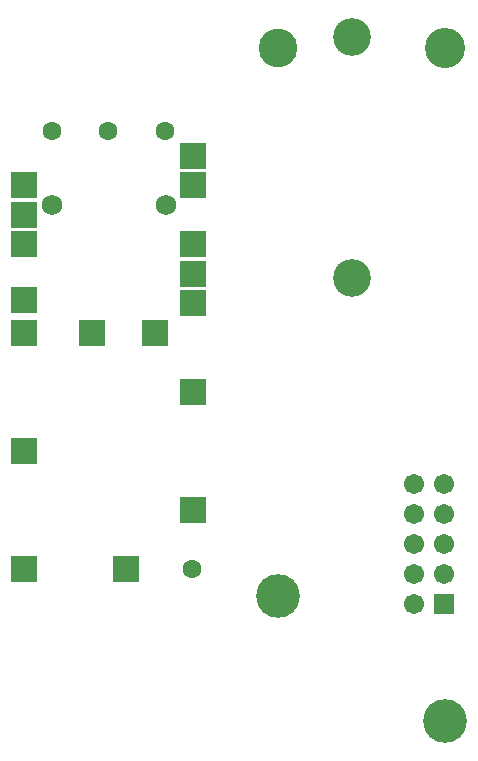
<source format=gbs>
G04 Layer_Color=16711935*
%FSAX25Y25*%
%MOIN*%
G70*
G01*
G75*
%ADD65C,0.12897*%
%ADD66C,0.14579*%
%ADD67C,0.13398*%
%ADD68C,0.06312*%
%ADD69R,0.08674X0.08674*%
%ADD70C,0.06902*%
%ADD71C,0.06706*%
%ADD72R,0.06706X0.06706*%
%ADD73C,0.12611*%
D65*
X0403634Y0397157D02*
D03*
D66*
Y0214441D02*
D03*
X0459303Y0172748D02*
D03*
D67*
Y0397157D02*
D03*
D68*
X0347131Y0369457D02*
D03*
X0366034D02*
D03*
X0374941Y0223249D02*
D03*
X0328234Y0369457D02*
D03*
D69*
X0319134Y0351257D02*
D03*
X0375234Y0361157D02*
D03*
Y0351257D02*
D03*
Y0331657D02*
D03*
Y0321757D02*
D03*
X0352934Y0223257D02*
D03*
X0375234Y0242957D02*
D03*
Y0282357D02*
D03*
X0362734Y0302057D02*
D03*
X0341534D02*
D03*
X0319134Y0223257D02*
D03*
Y0313157D02*
D03*
Y0331657D02*
D03*
Y0262657D02*
D03*
Y0302057D02*
D03*
Y0341457D02*
D03*
X0375234Y0311915D02*
D03*
D70*
X0366280Y0344902D02*
D03*
X0328386Y0344706D02*
D03*
D71*
X0449134Y0251657D02*
D03*
Y0241657D02*
D03*
Y0231657D02*
D03*
Y0221657D02*
D03*
Y0211657D02*
D03*
X0459134Y0251657D02*
D03*
Y0241657D02*
D03*
Y0231657D02*
D03*
Y0221657D02*
D03*
D72*
Y0211657D02*
D03*
D73*
X0428434Y0320557D02*
D03*
Y0400794D02*
D03*
M02*

</source>
